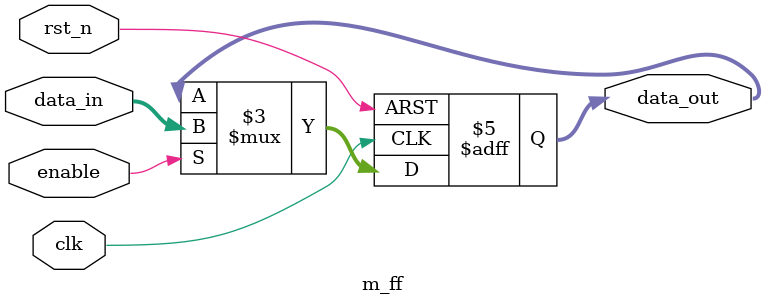
<source format=v>
/**
 * @file m_ff.v
 * 
 * This module implements a parameterized flip-flop that can be configured 
 * to support an active-low reset or normal operation. It stores a WIDTH-bit 
 * value and updates the stored value on the rising edge of the clock 
 * signal if the enable signal is asserted. The module includes an assertion 
 * mechanism to check for illegal states of the enable signal.
 * 
 * @param RST_N_EN A parameter to enable or disable the active-low reset 
 *                  functionality. If set to 1, the flip-flop will reset 
 *                  its output to RESET_VAL when the reset signal is low.
 * 
 * @param WIDTH    The width of the data stored in the flip-flop. This 
 *                 parameter defines the number of bits the flip-flop will 
 *                 hold.
 * 
 * @param RESET_VAL The value to which the flip-flop output will be reset 
 *                  when the reset signal is low. This parameter can be 
 *                  set to any value based on design requirements.
 * 
 * @input clk     The clock signal, used to synchronize the operation of 
 *                 the flip-flop.
 * @input rst_n   The active-low reset signal. When this signal is low, 
 *                 the flip-flop resets to RESET_VAL.
 * @input enable  The enable signal that controls whether the flip-flop 
 *                 updates its output with the input data. The output 
 *                 will only be updated if this signal is high.
 * @input data_in The input data to be stored in the flip-flop when 
 *                 enabled.
 * 
 * @output data_out The current value stored in the flip-flop. This value 
 *                   is updated on the rising edge of the clock when 
 *                   enabled.
 * 
 * The module includes an assertion check to verify that the enable signal 
 * is not in an invalid state (x or z). If the assertion fails, an error 
 * message is displayed, and the simulation terminates.
 */
module m_ff #(
    parameter RST_N_EN=1,
    parameter WIDTH=4,
    parameter RESET_VAL=0) 
(
    input                   clk,
    input                   rst_n,
    input                   enable,
    input      [WIDTH-1:0]  data_in,
    output reg [WIDTH-1:0]  data_out
);

/////////////////////////////////////////////////////////
// enable assertion checking
/////////////////////////////////////////////////////////

// synopsys translate_off
wire expr = ((enable === 1'bx) | (enable === 1'bz));

m_assert #(.MESSAGE("m_ff enable is x/z")
) m_ff_enable_assert (
    .clk(clk),
    .rst_n(rst_n),
    .expr(expr)
);
// synopsys translate_on

/////////////////////////////////////////////////////////
// Flip flop
/////////////////////////////////////////////////////////

generate
if (RST_N_EN) begin
always @(posedge clk or negedge rst_n)
if (~rst_n) data_out = RESET_VAL;
else if (enable) data_out <= data_in;
end

else begin
always @(posedge clk)
if (enable) data_out <= data_in;
end
endgenerate

endmodule
</source>
